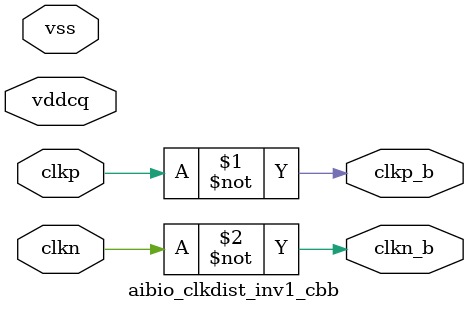
<source format=sv>
`timescale 1ps/1fs

module aibio_clkdist_inv1_cbb
(
	//------Supply pins------//
	input vddcq,
	input vss,
	//------Input pins------//
	input clkp,
	input clkn,
	//------Output pins------//
	output clkp_b,
	output clkn_b
);

assign clkp_b = ~clkp;
assign clkn_b = ~clkn;

endmodule

</source>
